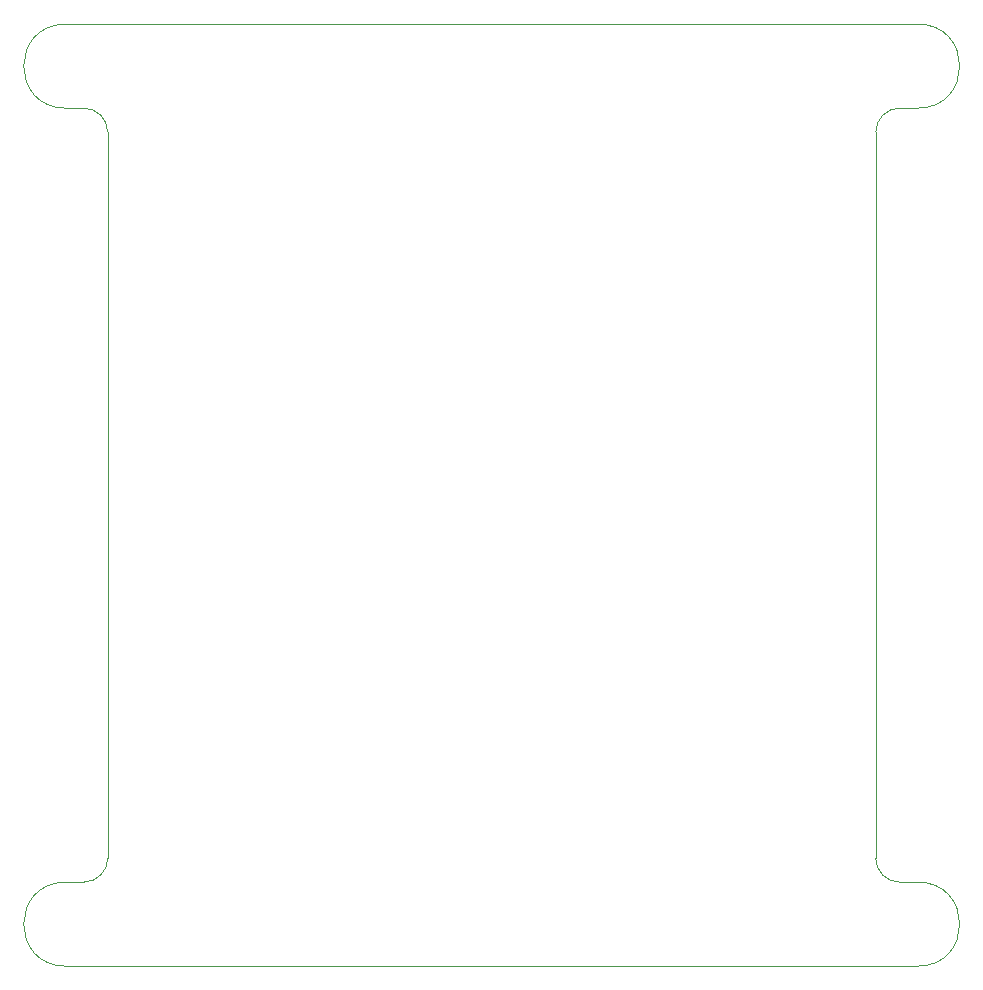
<source format=gbr>
G04 #@! TF.GenerationSoftware,KiCad,Pcbnew,5.1.5+dfsg1-2*
G04 #@! TF.CreationDate,2020-01-03T23:49:54-05:00*
G04 #@! TF.ProjectId,PCB,5043422e-6b69-4636-9164-5f7063625858,rev?*
G04 #@! TF.SameCoordinates,Original*
G04 #@! TF.FileFunction,Profile,NP*
%FSLAX46Y46*%
G04 Gerber Fmt 4.6, Leading zero omitted, Abs format (unit mm)*
G04 Created by KiCad (PCBNEW 5.1.5+dfsg1-2) date 2020-01-03 23:49:54*
%MOMM*%
%LPD*%
G04 APERTURE LIST*
%ADD10C,0.050000*%
G04 APERTURE END LIST*
D10*
X218440000Y-45720000D02*
X216916000Y-45720000D01*
X146304000Y-45720000D02*
X147828000Y-45720000D01*
X147828000Y-45720000D02*
G75*
G02X149860000Y-47752000I0J-2032000D01*
G01*
X214884000Y-47752000D02*
G75*
G02X216916000Y-45720000I2032000J0D01*
G01*
X216916000Y-111252000D02*
X218440000Y-111252000D01*
X216916000Y-111252000D02*
G75*
G02X214884000Y-109220000I0J2032000D01*
G01*
X147828000Y-111252000D02*
X146304000Y-111252000D01*
X149860000Y-109220000D02*
G75*
G02X147828000Y-111252000I-2032000J0D01*
G01*
X218440000Y-111252000D02*
G75*
G02X218440000Y-118364000I0J-3556000D01*
G01*
X218440000Y-38608000D02*
G75*
G02X218440000Y-45720000I0J-3556000D01*
G01*
X146304000Y-45720000D02*
G75*
G02X146304000Y-38608000I0J3556000D01*
G01*
X146304000Y-118364000D02*
G75*
G02X146304000Y-111252000I0J3556000D01*
G01*
X146304000Y-38608000D02*
X218440000Y-38608000D01*
X149860000Y-109220000D02*
X149860000Y-47752000D01*
X218440000Y-118364000D02*
X146304000Y-118364000D01*
X214884000Y-47752000D02*
X214884000Y-109220000D01*
M02*

</source>
